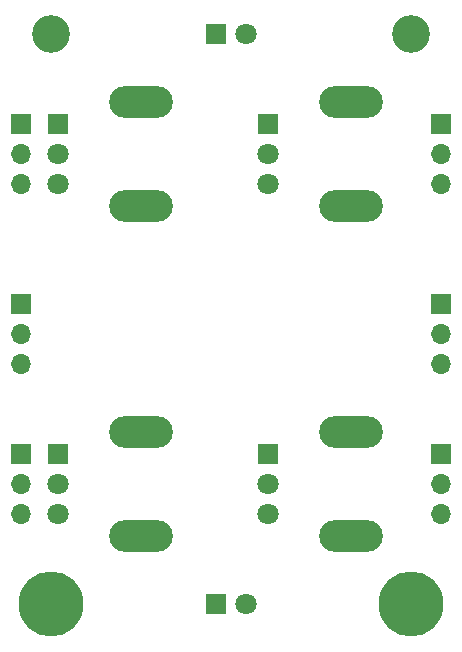
<source format=gbr>
%TF.GenerationSoftware,KiCad,Pcbnew,(6.0.9-0)*%
%TF.CreationDate,2024-11-07T13:03:10+01:00*%
%TF.ProjectId,attenuverters,61747465-6e75-4766-9572-746572732e6b,rev?*%
%TF.SameCoordinates,Original*%
%TF.FileFunction,Soldermask,Bot*%
%TF.FilePolarity,Negative*%
%FSLAX46Y46*%
G04 Gerber Fmt 4.6, Leading zero omitted, Abs format (unit mm)*
G04 Created by KiCad (PCBNEW (6.0.9-0)) date 2024-11-07 13:03:10*
%MOMM*%
%LPD*%
G01*
G04 APERTURE LIST*
%ADD10C,1.800000*%
%ADD11R,1.800000X1.800000*%
%ADD12O,1.700000X1.700000*%
%ADD13R,1.700000X1.700000*%
%ADD14O,5.400000X2.700000*%
%ADD15C,3.200000*%
%ADD16C,5.500000*%
G04 APERTURE END LIST*
D10*
%TO.C,D2*%
X21590000Y-53340000D03*
D11*
X19050000Y-53340000D03*
%TD*%
D10*
%TO.C,D1*%
X21590000Y-5080000D03*
D11*
X19050000Y-5080000D03*
%TD*%
D12*
%TO.C,J1*%
X2540000Y-17780000D03*
X2540000Y-15240000D03*
D13*
X2540000Y-12700000D03*
%TD*%
D10*
%TO.C,RV3*%
X23480000Y-17740000D03*
X23480000Y-15240000D03*
D11*
X23480000Y-12740000D03*
D14*
X30480000Y-10840000D03*
X30480000Y-19640000D03*
%TD*%
D10*
%TO.C,RV1*%
X5700000Y-17740000D03*
X5700000Y-15240000D03*
D11*
X5700000Y-12740000D03*
D14*
X12700000Y-10840000D03*
X12700000Y-19640000D03*
%TD*%
D15*
%TO.C,H2*%
X5080000Y-5080000D03*
%TD*%
D12*
%TO.C,J2*%
X2540000Y-33020000D03*
X2540000Y-30480000D03*
D13*
X2540000Y-27940000D03*
%TD*%
D12*
%TO.C,J6*%
X2540000Y-45720000D03*
X2540000Y-43180000D03*
D13*
X2540000Y-40640000D03*
%TD*%
D10*
%TO.C,RV2*%
X5700000Y-45680000D03*
X5700000Y-43180000D03*
D11*
X5700000Y-40680000D03*
D14*
X12700000Y-47580000D03*
X12700000Y-38780000D03*
%TD*%
D12*
%TO.C,J5*%
X38100000Y-33020000D03*
X38100000Y-30480000D03*
D13*
X38100000Y-27940000D03*
%TD*%
D16*
%TO.C,H1*%
X35560000Y-53340000D03*
%TD*%
D12*
%TO.C,J3*%
X38100000Y-45720000D03*
X38100000Y-43180000D03*
D13*
X38100000Y-40640000D03*
%TD*%
D12*
%TO.C,J4*%
X38100000Y-17780000D03*
X38100000Y-15240000D03*
D13*
X38100000Y-12700000D03*
%TD*%
D16*
%TO.C,H3*%
X5080000Y-53340000D03*
%TD*%
D15*
%TO.C,H4*%
X35560000Y-5080000D03*
%TD*%
D10*
%TO.C,RV4*%
X23480000Y-45680000D03*
X23480000Y-43180000D03*
D11*
X23480000Y-40680000D03*
D14*
X30480000Y-38780000D03*
X30480000Y-47580000D03*
%TD*%
M02*

</source>
